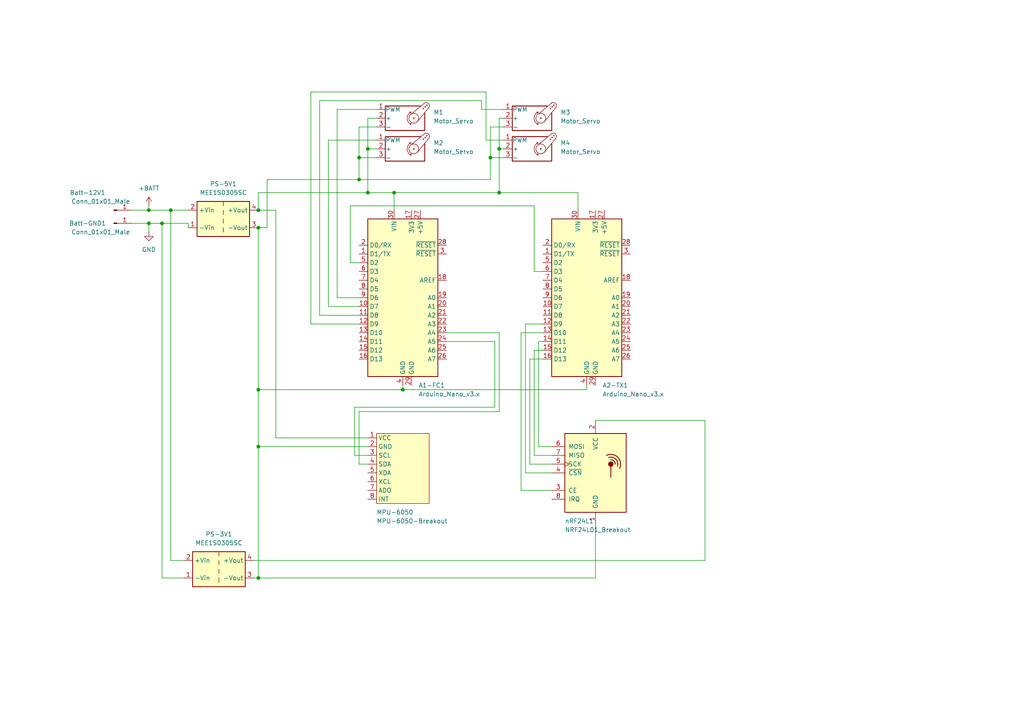
<source format=kicad_sch>
(kicad_sch (version 20211123) (generator eeschema)
  (paper "A4")
  (lib_symbols
    (symbol "Connector:Conn_01x01_Male" (pin_names (offset 1.016) hide)
      (property "Reference" "J" (at 0 2.54 0))
      (property "Value" "Conn_01x01_Male" (at 0 -2.54 0))
      (symbol "Conn_01x01_Male_1_1"
        (polyline (pts (xy 1.27 0) (xy 0.8636 0)) (stroke (width 0.1524)))
        (rectangle (start 0.8636 0.127) (end 0 -0.127) (stroke (width 0.1524)) (fill (type outline)))
        (pin passive line (at 5.08 0 180) (length 3.81) (name "Pin_1") (number "1"))
      )
    )
    (symbol "Converter_DCDC:MEE1S0305SC"
      (property "Reference" "PS" (at -7.62 6.35 0))
      (property "Value" "MEE1S0305SC" (at 1.27 6.35 0))
      (symbol "MEE1S0305SC_0_0"
        (pin power_in line (at -10.16 -2.54 0) (length 2.54) (name "-Vin") (number "1"))
        (pin power_in line (at -10.16 2.54 0) (length 2.54) (name "+Vin") (number "2"))
        (pin power_out line (at 10.16 -2.54 180) (length 2.54) (name "-Vout") (number "3"))
        (pin power_out line (at 10.16 2.54 180) (length 2.54) (name "+Vout") (number "4"))
      )
      (symbol "MEE1S0305SC_0_1"
        (rectangle (start -7.62 5.08) (end 7.62 -5.08) (stroke (width 0.254)) (fill (type background)))
        (polyline (pts (xy 0 -2.54) (xy 0 -3.81)))
        (polyline (pts (xy 0 0) (xy 0 -1.27)))
        (polyline (pts (xy 0 2.54) (xy 0 1.27)))
        (polyline (pts (xy 0 5.08) (xy 0 3.81)))
      )
    )
    (symbol "MCU_Module:Arduino_Nano_v3.x"
      (property "Reference" "A" (at -10.16 23.495 0))
      (property "Value" "Arduino_Nano_v3.x" (at 5.08 -24.13 0))
      (symbol "Arduino_Nano_v3.x_0_1"
        (rectangle (start -10.16 22.86) (end 10.16 -22.86) (stroke (width 0.254)) (fill (type background)))
      )
      (symbol "Arduino_Nano_v3.x_1_1"
        (pin bidirectional line (at -12.7 12.7 0) (length 2.54) (name "D1/TX") (number "1"))
        (pin bidirectional line (at -12.7 -2.54 0) (length 2.54) (name "D7") (number "10"))
        (pin bidirectional line (at -12.7 -5.08 0) (length 2.54) (name "D8") (number "11"))
        (pin bidirectional line (at -12.7 -7.62 0) (length 2.54) (name "D9") (number "12"))
        (pin bidirectional line (at -12.7 -10.16 0) (length 2.54) (name "D10") (number "13"))
        (pin bidirectional line (at -12.7 -12.7 0) (length 2.54) (name "D11") (number "14"))
        (pin bidirectional line (at -12.7 -15.24 0) (length 2.54) (name "D12") (number "15"))
        (pin bidirectional line (at -12.7 -17.78 0) (length 2.54) (name "D13") (number "16"))
        (pin power_out line (at 2.54 25.4 270) (length 2.54) (name "3V3") (number "17"))
        (pin input line (at 12.7 5.08 180) (length 2.54) (name "AREF") (number "18"))
        (pin bidirectional line (at 12.7 0 180) (length 2.54) (name "A0") (number "19"))
        (pin bidirectional line (at -12.7 15.24 0) (length 2.54) (name "D0/RX") (number "2"))
        (pin bidirectional line (at 12.7 -2.54 180) (length 2.54) (name "A1") (number "20"))
        (pin bidirectional line (at 12.7 -5.08 180) (length 2.54) (name "A2") (number "21"))
        (pin bidirectional line (at 12.7 -7.62 180) (length 2.54) (name "A3") (number "22"))
        (pin bidirectional line (at 12.7 -10.16 180) (length 2.54) (name "A4") (number "23"))
        (pin bidirectional line (at 12.7 -12.7 180) (length 2.54) (name "A5") (number "24"))
        (pin bidirectional line (at 12.7 -15.24 180) (length 2.54) (name "A6") (number "25"))
        (pin bidirectional line (at 12.7 -17.78 180) (length 2.54) (name "A7") (number "26"))
        (pin power_out line (at 5.08 25.4 270) (length 2.54) (name "+5V") (number "27"))
        (pin input line (at 12.7 15.24 180) (length 2.54) (name "~{RESET}") (number "28"))
        (pin power_in line (at 2.54 -25.4 90) (length 2.54) (name "GND") (number "29"))
        (pin input line (at 12.7 12.7 180) (length 2.54) (name "~{RESET}") (number "3"))
        (pin power_in line (at -2.54 25.4 270) (length 2.54) (name "VIN") (number "30"))
        (pin power_in line (at 0 -25.4 90) (length 2.54) (name "GND") (number "4"))
        (pin bidirectional line (at -12.7 10.16 0) (length 2.54) (name "D2") (number "5"))
        (pin bidirectional line (at -12.7 7.62 0) (length 2.54) (name "D3") (number "6"))
        (pin bidirectional line (at -12.7 5.08 0) (length 2.54) (name "D4") (number "7"))
        (pin bidirectional line (at -12.7 2.54 0) (length 2.54) (name "D5") (number "8"))
        (pin bidirectional line (at -12.7 0 0) (length 2.54) (name "D6") (number "9"))
      )
    )
    (symbol "Motor:Motor_Servo" (pin_names (offset 0.0254))
      (property "Reference" "M" (at -5.08 4.445 0))
      (property "Value" "Motor_Servo" (at -5.08 -4.064 0))
      (symbol "Motor_Servo_0_1"
        (polyline (pts (xy 2.413 -1.778) (xy 2.032 -1.778)))
        (polyline (pts (xy 2.413 -1.778) (xy 2.286 -1.397)))
        (polyline (pts (xy 2.413 1.778) (xy 1.905 1.778)))
        (polyline (pts (xy 2.413 1.778) (xy 2.286 1.397)))
        (polyline (pts (xy 6.35 4.445) (xy 2.54 1.27)))
        (polyline (pts (xy 7.62 3.175) (xy 4.191 -1.016)))
        (polyline (pts (xy 5.08 3.556) (xy -5.08 3.556) (xy -5.08 -3.556) (xy 6.35 -3.556) (xy 6.35 1.524)) (stroke (width 0.254)))
        (arc (start 2.413 1.778) (mid 1.2406 0) (end 2.413 -1.778))
        (circle (center 3.175 0) (radius 0.1778))
        (circle (center 3.175 0) (radius 1.4224))
        (circle (center 5.969 2.794) (radius 0.127))
        (circle (center 6.477 3.302) (radius 0.127))
        (circle (center 6.985 3.81) (radius 0.127))
        (arc (start 7.62 3.175) (mid 7.4485 4.2735) (end 6.35 4.445))
      )
      (symbol "Motor_Servo_1_1"
        (pin passive line (at -7.62 2.54 0) (length 2.54) (name "PWM") (number "1"))
        (pin passive line (at -7.62 0 0) (length 2.54) (name "+") (number "2"))
        (pin passive line (at -7.62 -2.54 0) (length 2.54) (name "-") (number "3"))
      )
    )
    (symbol "RF:NRF24L01_Breakout" (pin_names (offset 1.016))
      (property "Reference" "U" (at -8.89 12.7 0))
      (property "Value" "NRF24L01_Breakout" (at 3.81 12.7 0))
      (symbol "NRF24L01_Breakout_0_1"
        (rectangle (start -8.89 11.43) (end 8.89 -11.43) (stroke (width 0.254)) (fill (type background)))
        (polyline (pts (xy 4.445 1.905) (xy 4.445 -1.27)) (stroke (width 0.254)))
        (circle (center 4.445 2.54) (radius 0.635) (stroke (width 0.254)) (fill (type outline)))
        (arc (start 5.715 2.54) (mid 5.3521 3.4546) (end 4.445 3.81) (stroke (width 0.254)))
        (arc (start 6.35 1.905) (mid 5.8763 3.9854) (end 3.81 4.445) (stroke (width 0.254)))
        (arc (start 6.985 1.27) (mid 6.453 4.548) (end 3.175 5.08) (stroke (width 0.254)))
      )
      (symbol "NRF24L01_Breakout_1_1"
        (pin power_in line (at 0 -15.24 90) (length 3.81) (name "GND") (number "1"))
        (pin power_in line (at 0 15.24 270) (length 3.81) (name "VCC") (number "2"))
        (pin input line (at -12.7 -5.08 0) (length 3.81) (name "CE") (number "3"))
        (pin input line (at -12.7 0 0) (length 3.81) (name "~{CSN}") (number "4"))
        (pin input clock (at -12.7 2.54 0) (length 3.81) (name "SCK") (number "5"))
        (pin input line (at -12.7 7.62 0) (length 3.81) (name "MOSI") (number "6"))
        (pin output line (at -12.7 5.08 0) (length 3.81) (name "MISO") (number "7"))
        (pin output line (at -12.7 -7.62 0) (length 3.81) (name "IRQ") (number "8"))
      )
    )
    (symbol "Sensor_Motion:MPU-6050-Breakout"
      (property "Reference" "MPU-6050-Arduino" (at 29.21 3.81 0))
      (property "Value" "MPU-6050-Breakout" (at -26.67 6.35 0))
      (symbol "MPU-6050-Breakout_0_0"
        (pin power_in line (at -10.16 8.89 0) (length 2.54) (name "VCC") (number "1"))
        (pin power_in line (at -10.16 6.35 0) (length 2.54) (name "GND") (number "2"))
        (pin unspecified line (at -10.16 3.81 0) (length 2.54) (name "SCL") (number "3"))
        (pin unspecified line (at -10.16 1.27 0) (length 2.54) (name "SDA") (number "4"))
        (pin unspecified line (at -10.16 -1.27 0) (length 2.54) (name "XDA") (number "5"))
        (pin unspecified line (at -10.16 -3.81 0) (length 2.54) (name "XCL") (number "6"))
        (pin unspecified line (at -10.16 -6.35 0) (length 2.54) (name "ADO") (number "7"))
        (pin unspecified line (at -10.16 -8.89 0) (length 2.54) (name "INT") (number "8"))
      )
      (symbol "MPU-6050-Breakout_0_1"
        (rectangle (start -7.62 10.16) (end 7.62 -10.16) (fill (type background)))
      )
    )
    (symbol "power:+BATT" (power) (pin_names (offset 0))
      (property "Value" "+BATT" (at 0 3.556 0))
      (symbol "+BATT_0_1"
        (polyline (pts (xy -0.762 1.27) (xy 0 2.54)))
        (polyline (pts (xy 0 0) (xy 0 2.54)))
        (polyline (pts (xy 0 2.54) (xy 0.762 1.27)))
      )
      (symbol "+BATT_1_1"
        (pin power_in line (at 0 0 90) (length 0) hide (name "+BATT") (number "1"))
      )
    )
    (symbol "power:GND" (power) (pin_names (offset 0))
      (property "Value" "GND" (at 0 -3.81 0))
      (symbol "GND_0_1"
        (polyline (pts (xy 0 0) (xy 0 -1.27) (xy 1.27 -1.27) (xy 0 -2.54) (xy -1.27 -1.27) (xy 0 -1.27)))
      )
      (symbol "GND_1_1"
        (pin power_in line (at 0 0 270) (length 0) hide (name "GND") (number "1"))
      )
    )
  )
  (junction (at 144.78 43.18))
  (junction (at 74.93 66.04))
  (junction (at 74.93 113.03))
  (junction (at 104.14 45.72))
  (junction (at 74.93 129.54))
  (junction (at 114.3 55.88))
  (junction (at 49.53 60.96))
  (junction (at 116.84 113.03))
  (junction (at 106.68 55.88))
  (junction (at 106.68 43.18))
  (junction (at 142.24 45.72))
  (junction (at 104.14 52.07))
  (junction (at 144.78 55.88))
  (junction (at 43.18 60.96))
  (junction (at 46.99 64.77))
  (junction (at 43.18 64.77))
  (junction (at 74.93 167.64))
  (junction (at 74.93 60.96))
  (wire (pts (xy 144.78 119.38) (xy 144.78 96.52)))
  (wire (pts (xy 146.05 34.29) (xy 144.78 34.29)))
  (wire (pts (xy 104.14 36.83) (xy 104.14 45.72)))
  (wire (pts (xy 90.17 26.67) (xy 90.17 93.98)))
  (wire (pts (xy 142.24 45.72) (xy 142.24 52.07)))
  (wire (pts (xy 109.22 40.64) (xy 95.25 40.64)))
  (wire (pts (xy 74.93 113.03) (xy 74.93 129.54)))
  (wire (pts (xy 152.4 137.16) (xy 152.4 93.98)))
  (wire (pts (xy 144.78 55.88) (xy 167.64 55.88)))
  (wire (pts (xy 154.94 132.08) (xy 154.94 101.6)))
  (wire (pts (xy 146.05 43.18) (xy 144.78 43.18)))
  (wire (pts (xy 160.02 134.62) (xy 153.67 134.62)))
  (wire (pts (xy 204.47 162.56) (xy 73.66 162.56)))
  (wire (pts (xy 146.05 36.83) (xy 142.24 36.83)))
  (wire (pts (xy 109.22 36.83) (xy 104.14 36.83)))
  (wire (pts (xy 102.87 118.11) (xy 102.87 132.08)))
  (wire (pts (xy 49.53 162.56) (xy 53.34 162.56)))
  (wire (pts (xy 114.3 55.88) (xy 106.68 55.88)))
  (wire (pts (xy 151.13 96.52) (xy 157.48 96.52)))
  (wire (pts (xy 95.25 88.9) (xy 104.14 88.9)))
  (wire (pts (xy 114.3 55.88) (xy 144.78 55.88)))
  (wire (pts (xy 106.68 127) (xy 80.01 127)))
  (wire (pts (xy 154.94 101.6) (xy 157.48 101.6)))
  (wire (pts (xy 140.97 26.67) (xy 90.17 26.67)))
  (wire (pts (xy 46.99 64.77) (xy 54.61 64.77)))
  (wire (pts (xy 160.02 129.54) (xy 156.21 129.54)))
  (wire (pts (xy 142.24 36.83) (xy 142.24 45.72)))
  (wire (pts (xy 109.22 43.18) (xy 106.68 43.18)))
  (wire (pts (xy 80.01 60.96) (xy 80.01 127)))
  (wire (pts (xy 77.47 52.07) (xy 77.47 66.04)))
  (wire (pts (xy 104.14 52.07) (xy 77.47 52.07)))
  (wire (pts (xy 95.25 40.64) (xy 95.25 88.9)))
  (wire (pts (xy 43.18 64.77) (xy 46.99 64.77)))
  (wire (pts (xy 142.24 52.07) (xy 104.14 52.07)))
  (wire (pts (xy 160.02 132.08) (xy 154.94 132.08)))
  (wire (pts (xy 153.67 104.14) (xy 157.48 104.14)))
  (wire (pts (xy 154.94 78.74) (xy 154.94 59.69)))
  (wire (pts (xy 74.93 55.88) (xy 74.93 60.96)))
  (wire (pts (xy 104.14 119.38) (xy 144.78 119.38)))
  (wire (pts (xy 74.93 167.64) (xy 73.66 167.64)))
  (wire (pts (xy 74.93 66.04) (xy 74.93 113.03)))
  (wire (pts (xy 144.78 96.52) (xy 129.54 96.52)))
  (wire (pts (xy 114.3 55.88) (xy 114.3 60.96)))
  (wire (pts (xy 146.05 31.75) (xy 139.7 31.75)))
  (wire (pts (xy 101.6 59.69) (xy 154.94 59.69)))
  (wire (pts (xy 172.72 152.4) (xy 172.72 167.64)))
  (wire (pts (xy 77.47 66.04) (xy 74.93 66.04)))
  (wire (pts (xy 157.48 78.74) (xy 154.94 78.74)))
  (wire (pts (xy 102.87 132.08) (xy 106.68 132.08)))
  (wire (pts (xy 153.67 134.62) (xy 153.67 104.14)))
  (wire (pts (xy 106.68 55.88) (xy 74.93 55.88)))
  (wire (pts (xy 74.93 167.64) (xy 172.72 167.64)))
  (wire (pts (xy 160.02 137.16) (xy 152.4 137.16)))
  (wire (pts (xy 116.84 113.03) (xy 116.84 111.76)))
  (wire (pts (xy 80.01 60.96) (xy 74.93 60.96)))
  (wire (pts (xy 102.87 118.11) (xy 143.51 118.11)))
  (wire (pts (xy 106.68 34.29) (xy 106.68 43.18)))
  (wire (pts (xy 74.93 113.03) (xy 116.84 113.03)))
  (wire (pts (xy 156.21 129.54) (xy 156.21 99.06)))
  (wire (pts (xy 109.22 45.72) (xy 104.14 45.72)))
  (wire (pts (xy 146.05 40.64) (xy 140.97 40.64)))
  (wire (pts (xy 139.7 29.21) (xy 92.71 29.21)))
  (wire (pts (xy 167.64 60.96) (xy 167.64 55.88)))
  (wire (pts (xy 116.84 113.03) (xy 170.18 113.03)))
  (wire (pts (xy 90.17 93.98) (xy 104.14 93.98)))
  (wire (pts (xy 101.6 59.69) (xy 101.6 76.2)))
  (wire (pts (xy 54.61 64.77) (xy 54.61 66.04)))
  (wire (pts (xy 104.14 45.72) (xy 104.14 52.07)))
  (wire (pts (xy 106.68 43.18) (xy 106.68 55.88)))
  (wire (pts (xy 104.14 134.62) (xy 106.68 134.62)))
  (wire (pts (xy 74.93 129.54) (xy 74.93 167.64)))
  (wire (pts (xy 152.4 93.98) (xy 157.48 93.98)))
  (wire (pts (xy 139.7 31.75) (xy 139.7 29.21)))
  (wire (pts (xy 54.61 60.96) (xy 49.53 60.96)))
  (wire (pts (xy 170.18 111.76) (xy 170.18 113.03)))
  (wire (pts (xy 49.53 60.96) (xy 43.18 60.96)))
  (wire (pts (xy 43.18 59.69) (xy 43.18 60.96)))
  (wire (pts (xy 104.14 119.38) (xy 104.14 134.62)))
  (wire (pts (xy 160.02 142.24) (xy 151.13 142.24)))
  (wire (pts (xy 140.97 40.64) (xy 140.97 26.67)))
  (wire (pts (xy 46.99 64.77) (xy 46.99 167.64)))
  (wire (pts (xy 74.93 129.54) (xy 106.68 129.54)))
  (wire (pts (xy 204.47 121.92) (xy 204.47 162.56)))
  (wire (pts (xy 144.78 43.18) (xy 144.78 55.88)))
  (wire (pts (xy 142.24 45.72) (xy 146.05 45.72)))
  (wire (pts (xy 144.78 34.29) (xy 144.78 43.18)))
  (wire (pts (xy 97.79 86.36) (xy 104.14 86.36)))
  (wire (pts (xy 97.79 31.75) (xy 97.79 86.36)))
  (wire (pts (xy 38.1 60.96) (xy 43.18 60.96)))
  (wire (pts (xy 156.21 99.06) (xy 157.48 99.06)))
  (wire (pts (xy 92.71 29.21) (xy 92.71 91.44)))
  (wire (pts (xy 109.22 34.29) (xy 106.68 34.29)))
  (wire (pts (xy 109.22 31.75) (xy 97.79 31.75)))
  (wire (pts (xy 151.13 142.24) (xy 151.13 96.52)))
  (wire (pts (xy 172.72 121.92) (xy 204.47 121.92)))
  (wire (pts (xy 92.71 91.44) (xy 104.14 91.44)))
  (wire (pts (xy 101.6 76.2) (xy 104.14 76.2)))
  (wire (pts (xy 38.1 64.77) (xy 43.18 64.77)))
  (wire (pts (xy 49.53 60.96) (xy 49.53 162.56)))
  (wire (pts (xy 143.51 99.06) (xy 129.54 99.06)))
  (wire (pts (xy 143.51 118.11) (xy 143.51 99.06)))
  (wire (pts (xy 43.18 67.31) (xy 43.18 64.77)))
  (wire (pts (xy 53.34 167.64) (xy 46.99 167.64)))
  (symbol (lib_id "power:GND") (at 43.18 67.31 0) (unit 1)
    (property "Reference" "#PWR0102" (effects hide))
    (property "Value" "GND" (at 43.18 72.39 0))
  )
  (symbol (lib_id "Motor:Motor_Servo") (at 153.67 43.18 0) (unit 1)
    (property "Reference" "M4" (at 162.56 41.4765 0) (effects (justify left)))
    (property "Value" "Motor_Servo" (at 162.56 44.0165 0) (effects (justify left)))
    (property "Footprint" "Connector_PinHeader_2.54mm:PinHeader_1x03_P2.54mm_Vertical" (effects hide))
    (property "Datasheet" "http://forums.parallax.com/uploads/attachments/46831/74481.png" (effects hide))
  )
  (symbol (lib_id "MCU_Module:Arduino_Nano_v3.x") (at 116.84 86.36 0) (unit 1)
    (property "Reference" "A1-FC1" (at 121.3994 111.76 0) (effects (justify left)))
    (property "Value" "Arduino_Nano_v3.x" (at 121.3994 114.3 0) (effects (justify left)))
    (property "Footprint" "Module:Arduino_Nano" (effects hide))
    (property "Datasheet" "http://www.mouser.com/pdfdocs/Gravitech_Arduino_Nano3_0.pdf" (effects hide))
  )
  (symbol (lib_id "Converter_DCDC:MEE1S0305SC") (at 64.77 63.5 0) (unit 1)
    (property "Reference" "PS-5V1" (at 64.77 53.34 0))
    (property "Value" "MEE1S0305SC" (at 64.77 55.88 0))
    (property "Footprint" "Converter_DCDC:Converter_DCDC_Murata_MEE1SxxxxSC_THT" (effects hide))
    (property "Datasheet" "https://power.murata.com/pub/data/power/ncl/kdc_mee1.pdf" (effects hide))
  )
  (symbol (lib_id "Connector:Conn_01x01_Male") (at 33.02 64.77 0) (unit 1)
    (property "Reference" "Batt-GND1" (at 25.4 64.77 0))
    (property "Value" "Conn_01x01_Male" (at 29.21 67.31 0))
    (property "Footprint" "Connector_Wire:SolderWire-1sqmm_1x01_D1.4mm_OD3.9mm" (effects hide))
  )
  (symbol (lib_id "Sensor_Motion:MPU-6050-Breakout") (at 116.84 135.89 0) (unit 1)
    (property "Reference" "MPU-6050" (at 109.22 148.59 0) (effects (justify left)))
    (property "Value" "MPU-6050-Breakout" (at 109.22 151.13 0) (effects (justify left)))
    (property "Footprint" "Sensor_Motion:MPU-6050-Breakout" (effects hide))
  )
  (symbol (lib_id "Motor:Motor_Servo") (at 116.84 34.29 0) (unit 1)
    (property "Reference" "M1" (at 125.73 32.5865 0) (effects (justify left)))
    (property "Value" "Motor_Servo" (at 125.73 35.1265 0) (effects (justify left)))
    (property "Footprint" "Connector_PinHeader_2.54mm:PinHeader_1x03_P2.54mm_Vertical" (effects hide))
    (property "Datasheet" "http://forums.parallax.com/uploads/attachments/46831/74481.png" (effects hide))
  )
  (symbol (lib_id "Motor:Motor_Servo") (at 116.84 43.18 0) (unit 1)
    (property "Reference" "M2" (at 125.73 41.4765 0) (effects (justify left)))
    (property "Value" "Motor_Servo" (at 125.73 44.0165 0) (effects (justify left)))
    (property "Footprint" "Connector_PinHeader_2.54mm:PinHeader_1x03_P2.54mm_Vertical" (effects hide))
    (property "Datasheet" "http://forums.parallax.com/uploads/attachments/46831/74481.png" (effects hide))
  )
  (symbol (lib_id "Converter_DCDC:MEE1S0305SC") (at 63.5 165.1 0) (unit 1)
    (property "Reference" "PS-3V1" (at 63.5 154.94 0))
    (property "Value" "MEE1S0305SC" (at 63.5 157.48 0))
    (property "Footprint" "Converter_DCDC:Converter_DCDC_Murata_MEE1SxxxxSC_THT" (effects hide))
    (property "Datasheet" "https://power.murata.com/pub/data/power/ncl/kdc_mee1.pdf" (effects hide))
  )
  (symbol (lib_id "MCU_Module:Arduino_Nano_v3.x") (at 170.18 86.36 0) (unit 1)
    (property "Reference" "A2-TX1" (at 174.7394 111.76 0) (effects (justify left)))
    (property "Value" "Arduino_Nano_v3.x" (at 174.7394 114.3 0) (effects (justify left)))
    (property "Footprint" "Module:Arduino_Nano" (effects hide))
    (property "Datasheet" "http://www.mouser.com/pdfdocs/Gravitech_Arduino_Nano3_0.pdf" (effects hide))
  )
  (symbol (lib_id "Connector:Conn_01x01_Male") (at 33.02 60.96 0) (unit 1)
    (property "Reference" "Batt-12V1" (at 25.4 55.88 0))
    (property "Value" "Conn_01x01_Male" (at 29.21 58.42 0))
    (property "Footprint" "Connector_Wire:SolderWire-1sqmm_1x01_D1.4mm_OD3.9mm" (effects hide))
  )
  (symbol (lib_id "Motor:Motor_Servo") (at 153.67 34.29 0) (unit 1)
    (property "Reference" "M3" (at 162.56 32.5865 0) (effects (justify left)))
    (property "Value" "Motor_Servo" (at 162.56 35.1265 0) (effects (justify left)))
    (property "Footprint" "Connector_PinHeader_2.54mm:PinHeader_1x03_P2.54mm_Vertical" (effects hide))
    (property "Datasheet" "http://forums.parallax.com/uploads/attachments/46831/74481.png" (effects hide))
  )
  (symbol (lib_id "power:+BATT") (at 43.18 59.69 0) (unit 1)
    (property "Reference" "#PWR0101" (effects hide))
    (property "Value" "+BATT" (at 43.18 54.61 0))
  )
  (symbol (lib_id "RF:NRF24L01_Breakout") (at 172.72 137.16 0) (unit 1)
    (property "Reference" "nRF24L1" (at 163.83 151.13 0) (effects (justify left)))
    (property "Value" "NRF24L01_Breakout" (at 163.83 153.67 0) (effects (justify left)))
    (property "Footprint" "RF_Module:nRF24L01_Breakout" (effects hide))
    (property "Datasheet" "http://www.nordicsemi.com/eng/content/download/2730/34105/file/nRF24L01_Product_Specification_v2_0.pdf" (effects hide))
  )
)
</source>
